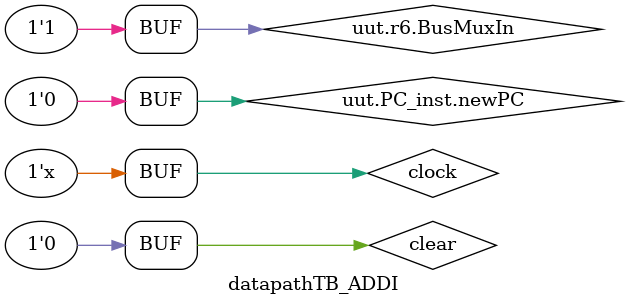
<source format=v>
/* TO DO:
	Fix T6 so that signals are actually driven for Read and MDRin
*/
`timescale 1ns/1ps

module datapathTB_ADDI;

    // Clock and Reset
    reg clock;
    reg clear;
    reg PCout, Zhighout, Zlowout, MDRout; 
    reg MARin, PCin, MDRin, IRin, Yin, Zin;
    reg IncPC, Read, Write;
    reg Gra, Grb, Grc, BAout;
    reg [4:0] opcode;
    reg HIin, LOin, ZHighIn, ZLowIn;
    reg [8:0] Address;    
    reg [31:0] Mdatain;     
	 reg Rout, Rin;
	 reg Cout, HIout, LOout, Yout, InPortout;
	 reg CONin;
	 reg [31:0] external_input;
	 reg OutPortin;

    // OUTPUTS FROM DataPath (wires)
    wire R0out, R1out, R2out, R3out, R4out, R5out, R6out, R7out;
    wire R8out, R9out, R10out, R11out, R12out, R13out, R14out, R15out;
	 wire CON_out;
	 wire [31:0] external_output;
	 
	 parameter Default = 4'b0000, T0 = 4'b0111, T1 = 4'b1000, T2 = 4'b1001, T3 = 4'b1010, T4 = 4'b1011, T5 = 4'b1100, T6 = 4'b1101, T7 = 4'b1110;
    
	 reg [3:0] Present_state = Default;
	 
    // Instantiate DataPath
    DataPath uut (
        .clock(clock),
        .clear(clear),
        .PCout(PCout), 
        .Zhighout(Zhighout), 
        .Zlowout(Zlowout), 
        .MDRout(MDRout),
        .MARin(MARin), 
        .Rin(Rin),
        .PCin(PCin), 
        .MDRin(MDRin), 
        .IRin(IRin), 
        .Yin(Yin),
        .IncPC(IncPC), 
        .Read(Read), 
        .Write(Write),
        .Gra(Gra), 
        .Grb(Grb), 
        .Grc(Grc),
        .opcode(opcode),
        .HIin(HIin), 
        .LOin(LOin), 
        .ZHighIn(ZHighIn), 
        .ZLowIn(ZLowIn), 
        .Address(Address),
        .Mdatain(Mdatain),
        .BAout(BAout),
        .R0out(R0out), 
        .R1out(R1out), 
        .R2out(R2out), 
        .R3out(R3out),
        .R4out(R4out), 
        .R5out(R5out), 
        .R6out(R6out), 
        .R7out(R7out),
        .R8out(R8out), 
        .R9out(R9out), 
        .R10out(R10out), 
        .R11out(R11out),
        .R12out(R12out), 
        .R13out(R13out), 
        .R14out(R14out), 
        .R15out(R15out),
        .HIout(HIout), 
        .LOout(LOout),
        .Yout(Yout), 
        .InPortout(InPortout), 
        .Cout(Cout),   // Fixed naming (was CSignOut)
        .Rout(Rout),    // Added Rout
		  .CONin(CONin),
		  .InPortData(external_input),  // Input data to InPort
		  .OutPortData(external_output), // Output data from OutPort
        .OutPortin(OutPortin)        // Control signal for writing output
    );

    
   initial begin
      clock = 0;
		clear = 0;
		// Case 1 
		uut.PC_inst.newPC = 32'h10;
		uut.r6.BusMuxIn = 32'd13;
   end
	 
	always 
		#10  clock <= ~clock;
		
	always @(posedge clock) begin
    case (Present_state)
        Default: Present_state <= T0;
        T0:      Present_state <= T1;
        T1:      Present_state <= T2;
        T2:      Present_state <= T3;
        T3:      Present_state <= T4;
        T4:      Present_state <= T5;
        T5:      Present_state <= T6;
        T6:      Present_state <= T7;
        T7:      Present_state <= Default; // Reset or stop
		endcase
	end 
	
	always @(Present_state) begin
			case (Present_state)
				Default: begin
                PCout <= 0;         Zhighout <= 0;      Zlowout <= 0;      MDRout <= 0;
                MARin <= 0;         PCin <= 0;          MDRin <= 0;        IRin <= 0;          Yin <= 0;
                IncPC <= 0;         Read <= 0;          Write <= 0;
                Gra <= 0;           Grb <= 0;           Grc <= 0;          opcode <= 0;
                HIin <= 0;          LOin <= 0;          ZHighIn <= 0;      ZLowIn <= 0; 
                Address <= 9'h0;    Mdatain <= 32'h0;
                Cout <= 0; 
					 CONin <= 0;
            end
				
			T0: begin 
                    MARin <= 1;     IncPC <= 1; PCout <= 1; ZLowIn <= 1; 
 
            end

			T1: begin 
					     MARin <= 0;     IncPC <= 0; PCout <= 0; ZLowIn <= 0;  
						  Zlowout <= 1; PCin <= 1; Read <= 1; MDRin <= 1;
            end

			T2: begin 
						  Zlowout <= 0; PCin <= 0; Read <= 0; MDRin <= 0;
                    MDRout <= 1;    IRin <= 1; 
            end

			  T3: begin 
			  			  MDRout <= 0;     		 IRin <= 0;
                    Grb <= 1;           Rout <= 1;      	Yin <= 1;						
            end

			  T4: begin 
			          Grb <= 0;         		 Rout <= 0;       	Yin <= 0;
                   Cout <= 1;          opcode <= 5'b00011;   	ZLowIn <= 1;
            end

			  T5: begin 
			  			 Cout <= 0;          ZLowIn <= 0;
                   Zlowout <= 1;       Rin <= 1;      Gra <= 1;
            end
		endcase
	end

endmodule

</source>
